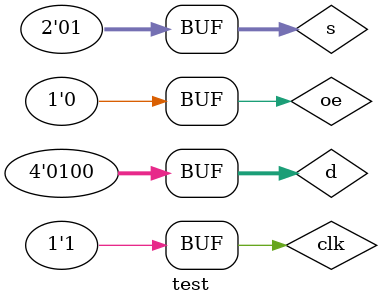
<source format=v>
`timescale 1ns / 1ps


module test;

	// Inputs
	reg oe;
	reg [1:0] s;
	reg clk;
	reg [3:0] d;

	// Outputs
	wire [3:0] q;

	// Instantiate the Unit Under Test (UUT)
	shiyan_15 uut (
		.oe(oe), 
		.s(s), 
		.clk(clk), 
		.d(d), 
		.q(q)
	);

	initial begin
		// Initialize Inputs
		oe = 1;
		s = 0;
		clk = 0;
		d = 4;

		// Wait 100 ns for global reset to finish
		#100;
        
		// Add stimulus here
      oe = 0;
		s = 2'b11;
		clk = 1;
		d = 4;
		
		#100;
		oe = 0;
		s = 2'b10;
		clk =0;
		
		#100;
		oe = 0;
		s = 2'b01;
		clk =1;

		
		#100;
		oe = 0;
		s = 2'b01;
		clk = 0;
      
	  #100;
		oe = 0;
		s = 2'b01;
		clk =1;
		


		
		
		
	end
      
endmodule


</source>
